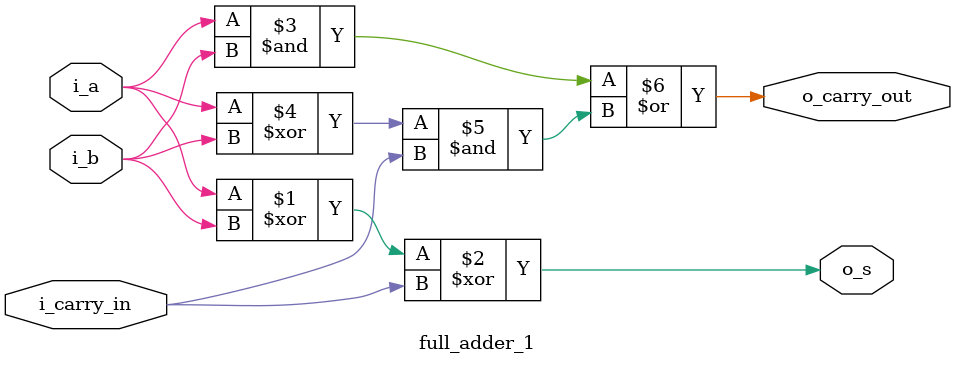
<source format=sv>
/**
  * 1-bit full adder.
  *
  * @param i_a input A.
  * @param i_b input B.
  * @param i_carry_in carry in.
  * @param o_s sum.
  * @param o_carry_out carry out.
  **/
module full_adder_1( input  logic i_a,
                     input  logic i_b,
                     input  logic i_carry_in,
                     output logic o_s,
                     output logic o_carry_out );
    // TODO: implement full adder
    assign o_s = i_a ^ i_b ^ i_carry_in;
    assign o_carry_out = i_a & i_b | ( i_a ^ i_b ) & i_carry_in;
endmodule

</source>
